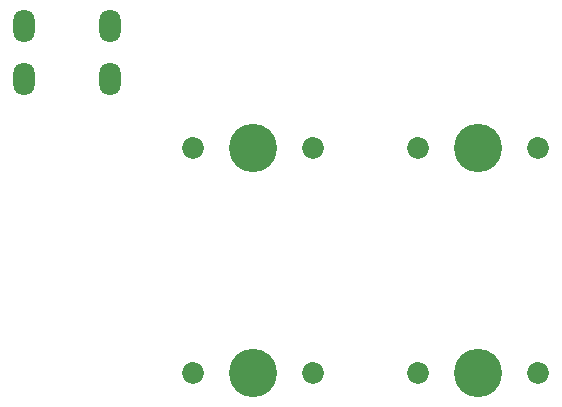
<source format=gts>
G04 #@! TF.GenerationSoftware,KiCad,Pcbnew,(5.99.0-1822-g1792479ca)*
G04 #@! TF.CreationDate,2020-06-16T18:07:24+08:00*
G04 #@! TF.ProjectId,ai03-pad-duplicate,61693033-2d70-4616-942d-6475706c6963,v01*
G04 #@! TF.SameCoordinates,Original*
G04 #@! TF.FileFunction,Soldermask,Top*
G04 #@! TF.FilePolarity,Negative*
%FSLAX46Y46*%
G04 Gerber Fmt 4.6, Leading zero omitted, Abs format (unit mm)*
G04 Created by KiCad (PCBNEW (5.99.0-1822-g1792479ca)) date 2020-06-16 18:07:24*
%MOMM*%
%LPD*%
G01*
G04 APERTURE LIST*
%ADD10O,1.800000X2.800000*%
%ADD11C,1.850000*%
%ADD12C,4.087800*%
G04 APERTURE END LIST*
D10*
G04 #@! TO.C,USB1*
X94432000Y-136614000D03*
X101732000Y-136614000D03*
X101732000Y-141114000D03*
X94432000Y-141114000D03*
G04 #@! TD*
D11*
G04 #@! TO.C,MX4*
X137922000Y-165989000D03*
X127762000Y-165989000D03*
D12*
X132842000Y-165989000D03*
G04 #@! TD*
D11*
G04 #@! TO.C,MX3*
X137922000Y-146939000D03*
X127762000Y-146939000D03*
D12*
X132842000Y-146939000D03*
G04 #@! TD*
D11*
G04 #@! TO.C,MX2*
X118872000Y-165989000D03*
X108712000Y-165989000D03*
D12*
X113792000Y-165989000D03*
G04 #@! TD*
D11*
G04 #@! TO.C,MX1*
X118872000Y-146939000D03*
X108712000Y-146939000D03*
D12*
X113792000Y-146939000D03*
G04 #@! TD*
M02*

</source>
